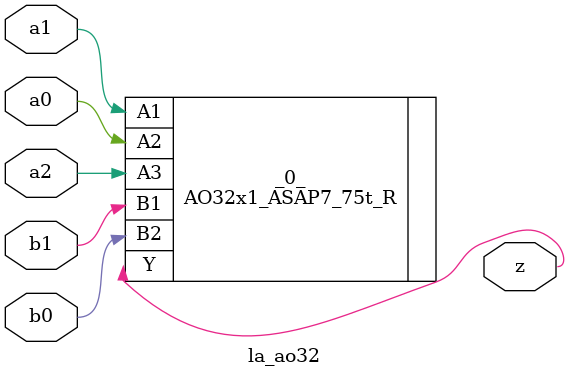
<source format=v>

/* Generated by Yosys 0.44 (git sha1 80ba43d26, g++ 11.4.0-1ubuntu1~22.04 -fPIC -O3) */

(* top =  1  *)
(* src = "inputs/la_ao32.v:10.1-23.10" *)
module la_ao32 (
    a0,
    a1,
    a2,
    b0,
    b1,
    z
);
  (* src = "inputs/la_ao32.v:13.12-13.14" *)
  input a0;
  wire a0;
  (* src = "inputs/la_ao32.v:14.12-14.14" *)
  input a1;
  wire a1;
  (* src = "inputs/la_ao32.v:15.12-15.14" *)
  input a2;
  wire a2;
  (* src = "inputs/la_ao32.v:16.12-16.14" *)
  input b0;
  wire b0;
  (* src = "inputs/la_ao32.v:17.12-17.14" *)
  input b1;
  wire b1;
  (* src = "inputs/la_ao32.v:18.12-18.13" *)
  output z;
  wire z;
  AO32x1_ASAP7_75t_R _0_ (
      .A1(a1),
      .A2(a0),
      .A3(a2),
      .B1(b1),
      .B2(b0),
      .Y (z)
  );
endmodule

</source>
